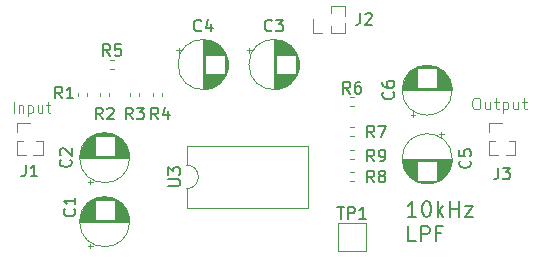
<source format=gbr>
%TF.GenerationSoftware,KiCad,Pcbnew,7.0.11-7.0.11~ubuntu22.04.1*%
%TF.CreationDate,2024-09-25T18:26:51+01:00*%
%TF.ProjectId,kicad_project,6b696361-645f-4707-926f-6a6563742e6b,rev?*%
%TF.SameCoordinates,Original*%
%TF.FileFunction,Legend,Top*%
%TF.FilePolarity,Positive*%
%FSLAX46Y46*%
G04 Gerber Fmt 4.6, Leading zero omitted, Abs format (unit mm)*
G04 Created by KiCad (PCBNEW 7.0.11-7.0.11~ubuntu22.04.1) date 2024-09-25 18:26:51*
%MOMM*%
%LPD*%
G01*
G04 APERTURE LIST*
%ADD10C,0.200000*%
%ADD11C,0.125000*%
%ADD12C,0.150000*%
%ADD13C,0.120000*%
G04 APERTURE END LIST*
D10*
X85450054Y-127814504D02*
X84707197Y-127814504D01*
X85078625Y-127814504D02*
X85078625Y-126514504D01*
X85078625Y-126514504D02*
X84954816Y-126700219D01*
X84954816Y-126700219D02*
X84831006Y-126824028D01*
X84831006Y-126824028D02*
X84707197Y-126885933D01*
X86254815Y-126514504D02*
X86378625Y-126514504D01*
X86378625Y-126514504D02*
X86502434Y-126576409D01*
X86502434Y-126576409D02*
X86564339Y-126638314D01*
X86564339Y-126638314D02*
X86626244Y-126762123D01*
X86626244Y-126762123D02*
X86688149Y-127009742D01*
X86688149Y-127009742D02*
X86688149Y-127319266D01*
X86688149Y-127319266D02*
X86626244Y-127566885D01*
X86626244Y-127566885D02*
X86564339Y-127690695D01*
X86564339Y-127690695D02*
X86502434Y-127752600D01*
X86502434Y-127752600D02*
X86378625Y-127814504D01*
X86378625Y-127814504D02*
X86254815Y-127814504D01*
X86254815Y-127814504D02*
X86131006Y-127752600D01*
X86131006Y-127752600D02*
X86069101Y-127690695D01*
X86069101Y-127690695D02*
X86007196Y-127566885D01*
X86007196Y-127566885D02*
X85945292Y-127319266D01*
X85945292Y-127319266D02*
X85945292Y-127009742D01*
X85945292Y-127009742D02*
X86007196Y-126762123D01*
X86007196Y-126762123D02*
X86069101Y-126638314D01*
X86069101Y-126638314D02*
X86131006Y-126576409D01*
X86131006Y-126576409D02*
X86254815Y-126514504D01*
X87245291Y-127814504D02*
X87245291Y-126514504D01*
X87369101Y-127319266D02*
X87740529Y-127814504D01*
X87740529Y-126947838D02*
X87245291Y-127443076D01*
X88297672Y-127814504D02*
X88297672Y-126514504D01*
X88297672Y-127133552D02*
X89040529Y-127133552D01*
X89040529Y-127814504D02*
X89040529Y-126514504D01*
X89535768Y-126947838D02*
X90216720Y-126947838D01*
X90216720Y-126947838D02*
X89535768Y-127814504D01*
X89535768Y-127814504D02*
X90216720Y-127814504D01*
X85388149Y-129907504D02*
X84769101Y-129907504D01*
X84769101Y-129907504D02*
X84769101Y-128607504D01*
X85821482Y-129907504D02*
X85821482Y-128607504D01*
X85821482Y-128607504D02*
X86316720Y-128607504D01*
X86316720Y-128607504D02*
X86440530Y-128669409D01*
X86440530Y-128669409D02*
X86502435Y-128731314D01*
X86502435Y-128731314D02*
X86564339Y-128855123D01*
X86564339Y-128855123D02*
X86564339Y-129040838D01*
X86564339Y-129040838D02*
X86502435Y-129164647D01*
X86502435Y-129164647D02*
X86440530Y-129226552D01*
X86440530Y-129226552D02*
X86316720Y-129288457D01*
X86316720Y-129288457D02*
X85821482Y-129288457D01*
X87554816Y-129226552D02*
X87121482Y-129226552D01*
X87121482Y-129907504D02*
X87121482Y-128607504D01*
X87121482Y-128607504D02*
X87740530Y-128607504D01*
D11*
X51350521Y-119009357D02*
X51350521Y-118109357D01*
X51779092Y-118409357D02*
X51779092Y-119009357D01*
X51779092Y-118495071D02*
X51821949Y-118452214D01*
X51821949Y-118452214D02*
X51907664Y-118409357D01*
X51907664Y-118409357D02*
X52036235Y-118409357D01*
X52036235Y-118409357D02*
X52121949Y-118452214D01*
X52121949Y-118452214D02*
X52164807Y-118537928D01*
X52164807Y-118537928D02*
X52164807Y-119009357D01*
X52593378Y-118409357D02*
X52593378Y-119309357D01*
X52593378Y-118452214D02*
X52679093Y-118409357D01*
X52679093Y-118409357D02*
X52850521Y-118409357D01*
X52850521Y-118409357D02*
X52936235Y-118452214D01*
X52936235Y-118452214D02*
X52979093Y-118495071D01*
X52979093Y-118495071D02*
X53021950Y-118580785D01*
X53021950Y-118580785D02*
X53021950Y-118837928D01*
X53021950Y-118837928D02*
X52979093Y-118923642D01*
X52979093Y-118923642D02*
X52936235Y-118966500D01*
X52936235Y-118966500D02*
X52850521Y-119009357D01*
X52850521Y-119009357D02*
X52679093Y-119009357D01*
X52679093Y-119009357D02*
X52593378Y-118966500D01*
X53793379Y-118409357D02*
X53793379Y-119009357D01*
X53407664Y-118409357D02*
X53407664Y-118880785D01*
X53407664Y-118880785D02*
X53450521Y-118966500D01*
X53450521Y-118966500D02*
X53536236Y-119009357D01*
X53536236Y-119009357D02*
X53664807Y-119009357D01*
X53664807Y-119009357D02*
X53750521Y-118966500D01*
X53750521Y-118966500D02*
X53793379Y-118923642D01*
X54093379Y-118409357D02*
X54436236Y-118409357D01*
X54221950Y-118109357D02*
X54221950Y-118880785D01*
X54221950Y-118880785D02*
X54264807Y-118966500D01*
X54264807Y-118966500D02*
X54350522Y-119009357D01*
X54350522Y-119009357D02*
X54436236Y-119009357D01*
X90426807Y-117743119D02*
X90617283Y-117743119D01*
X90617283Y-117743119D02*
X90712521Y-117790738D01*
X90712521Y-117790738D02*
X90807759Y-117885976D01*
X90807759Y-117885976D02*
X90855378Y-118076452D01*
X90855378Y-118076452D02*
X90855378Y-118409785D01*
X90855378Y-118409785D02*
X90807759Y-118600261D01*
X90807759Y-118600261D02*
X90712521Y-118695500D01*
X90712521Y-118695500D02*
X90617283Y-118743119D01*
X90617283Y-118743119D02*
X90426807Y-118743119D01*
X90426807Y-118743119D02*
X90331569Y-118695500D01*
X90331569Y-118695500D02*
X90236331Y-118600261D01*
X90236331Y-118600261D02*
X90188712Y-118409785D01*
X90188712Y-118409785D02*
X90188712Y-118076452D01*
X90188712Y-118076452D02*
X90236331Y-117885976D01*
X90236331Y-117885976D02*
X90331569Y-117790738D01*
X90331569Y-117790738D02*
X90426807Y-117743119D01*
X91712521Y-118076452D02*
X91712521Y-118743119D01*
X91283950Y-118076452D02*
X91283950Y-118600261D01*
X91283950Y-118600261D02*
X91331569Y-118695500D01*
X91331569Y-118695500D02*
X91426807Y-118743119D01*
X91426807Y-118743119D02*
X91569664Y-118743119D01*
X91569664Y-118743119D02*
X91664902Y-118695500D01*
X91664902Y-118695500D02*
X91712521Y-118647880D01*
X92045855Y-118076452D02*
X92426807Y-118076452D01*
X92188712Y-117743119D02*
X92188712Y-118600261D01*
X92188712Y-118600261D02*
X92236331Y-118695500D01*
X92236331Y-118695500D02*
X92331569Y-118743119D01*
X92331569Y-118743119D02*
X92426807Y-118743119D01*
X92760141Y-118076452D02*
X92760141Y-119076452D01*
X92760141Y-118124071D02*
X92855379Y-118076452D01*
X92855379Y-118076452D02*
X93045855Y-118076452D01*
X93045855Y-118076452D02*
X93141093Y-118124071D01*
X93141093Y-118124071D02*
X93188712Y-118171690D01*
X93188712Y-118171690D02*
X93236331Y-118266928D01*
X93236331Y-118266928D02*
X93236331Y-118552642D01*
X93236331Y-118552642D02*
X93188712Y-118647880D01*
X93188712Y-118647880D02*
X93141093Y-118695500D01*
X93141093Y-118695500D02*
X93045855Y-118743119D01*
X93045855Y-118743119D02*
X92855379Y-118743119D01*
X92855379Y-118743119D02*
X92760141Y-118695500D01*
X94093474Y-118076452D02*
X94093474Y-118743119D01*
X93664903Y-118076452D02*
X93664903Y-118600261D01*
X93664903Y-118600261D02*
X93712522Y-118695500D01*
X93712522Y-118695500D02*
X93807760Y-118743119D01*
X93807760Y-118743119D02*
X93950617Y-118743119D01*
X93950617Y-118743119D02*
X94045855Y-118695500D01*
X94045855Y-118695500D02*
X94093474Y-118647880D01*
X94426808Y-118076452D02*
X94807760Y-118076452D01*
X94569665Y-117743119D02*
X94569665Y-118600261D01*
X94569665Y-118600261D02*
X94617284Y-118695500D01*
X94617284Y-118695500D02*
X94712522Y-118743119D01*
X94712522Y-118743119D02*
X94807760Y-118743119D01*
D12*
X64444819Y-125211904D02*
X65254342Y-125211904D01*
X65254342Y-125211904D02*
X65349580Y-125164285D01*
X65349580Y-125164285D02*
X65397200Y-125116666D01*
X65397200Y-125116666D02*
X65444819Y-125021428D01*
X65444819Y-125021428D02*
X65444819Y-124830952D01*
X65444819Y-124830952D02*
X65397200Y-124735714D01*
X65397200Y-124735714D02*
X65349580Y-124688095D01*
X65349580Y-124688095D02*
X65254342Y-124640476D01*
X65254342Y-124640476D02*
X64444819Y-124640476D01*
X64444819Y-124259523D02*
X64444819Y-123640476D01*
X64444819Y-123640476D02*
X64825771Y-123973809D01*
X64825771Y-123973809D02*
X64825771Y-123830952D01*
X64825771Y-123830952D02*
X64873390Y-123735714D01*
X64873390Y-123735714D02*
X64921009Y-123688095D01*
X64921009Y-123688095D02*
X65016247Y-123640476D01*
X65016247Y-123640476D02*
X65254342Y-123640476D01*
X65254342Y-123640476D02*
X65349580Y-123688095D01*
X65349580Y-123688095D02*
X65397200Y-123735714D01*
X65397200Y-123735714D02*
X65444819Y-123830952D01*
X65444819Y-123830952D02*
X65444819Y-124116666D01*
X65444819Y-124116666D02*
X65397200Y-124211904D01*
X65397200Y-124211904D02*
X65349580Y-124259523D01*
X78748095Y-126996819D02*
X79319523Y-126996819D01*
X79033809Y-127996819D02*
X79033809Y-126996819D01*
X79652857Y-127996819D02*
X79652857Y-126996819D01*
X79652857Y-126996819D02*
X80033809Y-126996819D01*
X80033809Y-126996819D02*
X80129047Y-127044438D01*
X80129047Y-127044438D02*
X80176666Y-127092057D01*
X80176666Y-127092057D02*
X80224285Y-127187295D01*
X80224285Y-127187295D02*
X80224285Y-127330152D01*
X80224285Y-127330152D02*
X80176666Y-127425390D01*
X80176666Y-127425390D02*
X80129047Y-127473009D01*
X80129047Y-127473009D02*
X80033809Y-127520628D01*
X80033809Y-127520628D02*
X79652857Y-127520628D01*
X81176666Y-127996819D02*
X80605238Y-127996819D01*
X80890952Y-127996819D02*
X80890952Y-126996819D01*
X80890952Y-126996819D02*
X80795714Y-127139676D01*
X80795714Y-127139676D02*
X80700476Y-127234914D01*
X80700476Y-127234914D02*
X80605238Y-127282533D01*
X81875333Y-123136819D02*
X81542000Y-122660628D01*
X81303905Y-123136819D02*
X81303905Y-122136819D01*
X81303905Y-122136819D02*
X81684857Y-122136819D01*
X81684857Y-122136819D02*
X81780095Y-122184438D01*
X81780095Y-122184438D02*
X81827714Y-122232057D01*
X81827714Y-122232057D02*
X81875333Y-122327295D01*
X81875333Y-122327295D02*
X81875333Y-122470152D01*
X81875333Y-122470152D02*
X81827714Y-122565390D01*
X81827714Y-122565390D02*
X81780095Y-122613009D01*
X81780095Y-122613009D02*
X81684857Y-122660628D01*
X81684857Y-122660628D02*
X81303905Y-122660628D01*
X82351524Y-123136819D02*
X82542000Y-123136819D01*
X82542000Y-123136819D02*
X82637238Y-123089200D01*
X82637238Y-123089200D02*
X82684857Y-123041580D01*
X82684857Y-123041580D02*
X82780095Y-122898723D01*
X82780095Y-122898723D02*
X82827714Y-122708247D01*
X82827714Y-122708247D02*
X82827714Y-122327295D01*
X82827714Y-122327295D02*
X82780095Y-122232057D01*
X82780095Y-122232057D02*
X82732476Y-122184438D01*
X82732476Y-122184438D02*
X82637238Y-122136819D01*
X82637238Y-122136819D02*
X82446762Y-122136819D01*
X82446762Y-122136819D02*
X82351524Y-122184438D01*
X82351524Y-122184438D02*
X82303905Y-122232057D01*
X82303905Y-122232057D02*
X82256286Y-122327295D01*
X82256286Y-122327295D02*
X82256286Y-122565390D01*
X82256286Y-122565390D02*
X82303905Y-122660628D01*
X82303905Y-122660628D02*
X82351524Y-122708247D01*
X82351524Y-122708247D02*
X82446762Y-122755866D01*
X82446762Y-122755866D02*
X82637238Y-122755866D01*
X82637238Y-122755866D02*
X82732476Y-122708247D01*
X82732476Y-122708247D02*
X82780095Y-122660628D01*
X82780095Y-122660628D02*
X82827714Y-122565390D01*
X81875333Y-124914819D02*
X81542000Y-124438628D01*
X81303905Y-124914819D02*
X81303905Y-123914819D01*
X81303905Y-123914819D02*
X81684857Y-123914819D01*
X81684857Y-123914819D02*
X81780095Y-123962438D01*
X81780095Y-123962438D02*
X81827714Y-124010057D01*
X81827714Y-124010057D02*
X81875333Y-124105295D01*
X81875333Y-124105295D02*
X81875333Y-124248152D01*
X81875333Y-124248152D02*
X81827714Y-124343390D01*
X81827714Y-124343390D02*
X81780095Y-124391009D01*
X81780095Y-124391009D02*
X81684857Y-124438628D01*
X81684857Y-124438628D02*
X81303905Y-124438628D01*
X82446762Y-124343390D02*
X82351524Y-124295771D01*
X82351524Y-124295771D02*
X82303905Y-124248152D01*
X82303905Y-124248152D02*
X82256286Y-124152914D01*
X82256286Y-124152914D02*
X82256286Y-124105295D01*
X82256286Y-124105295D02*
X82303905Y-124010057D01*
X82303905Y-124010057D02*
X82351524Y-123962438D01*
X82351524Y-123962438D02*
X82446762Y-123914819D01*
X82446762Y-123914819D02*
X82637238Y-123914819D01*
X82637238Y-123914819D02*
X82732476Y-123962438D01*
X82732476Y-123962438D02*
X82780095Y-124010057D01*
X82780095Y-124010057D02*
X82827714Y-124105295D01*
X82827714Y-124105295D02*
X82827714Y-124152914D01*
X82827714Y-124152914D02*
X82780095Y-124248152D01*
X82780095Y-124248152D02*
X82732476Y-124295771D01*
X82732476Y-124295771D02*
X82637238Y-124343390D01*
X82637238Y-124343390D02*
X82446762Y-124343390D01*
X82446762Y-124343390D02*
X82351524Y-124391009D01*
X82351524Y-124391009D02*
X82303905Y-124438628D01*
X82303905Y-124438628D02*
X82256286Y-124533866D01*
X82256286Y-124533866D02*
X82256286Y-124724342D01*
X82256286Y-124724342D02*
X82303905Y-124819580D01*
X82303905Y-124819580D02*
X82351524Y-124867200D01*
X82351524Y-124867200D02*
X82446762Y-124914819D01*
X82446762Y-124914819D02*
X82637238Y-124914819D01*
X82637238Y-124914819D02*
X82732476Y-124867200D01*
X82732476Y-124867200D02*
X82780095Y-124819580D01*
X82780095Y-124819580D02*
X82827714Y-124724342D01*
X82827714Y-124724342D02*
X82827714Y-124533866D01*
X82827714Y-124533866D02*
X82780095Y-124438628D01*
X82780095Y-124438628D02*
X82732476Y-124391009D01*
X82732476Y-124391009D02*
X82637238Y-124343390D01*
X81875333Y-121104819D02*
X81542000Y-120628628D01*
X81303905Y-121104819D02*
X81303905Y-120104819D01*
X81303905Y-120104819D02*
X81684857Y-120104819D01*
X81684857Y-120104819D02*
X81780095Y-120152438D01*
X81780095Y-120152438D02*
X81827714Y-120200057D01*
X81827714Y-120200057D02*
X81875333Y-120295295D01*
X81875333Y-120295295D02*
X81875333Y-120438152D01*
X81875333Y-120438152D02*
X81827714Y-120533390D01*
X81827714Y-120533390D02*
X81780095Y-120581009D01*
X81780095Y-120581009D02*
X81684857Y-120628628D01*
X81684857Y-120628628D02*
X81303905Y-120628628D01*
X82208667Y-120104819D02*
X82875333Y-120104819D01*
X82875333Y-120104819D02*
X82446762Y-121104819D01*
X79843333Y-117394819D02*
X79510000Y-116918628D01*
X79271905Y-117394819D02*
X79271905Y-116394819D01*
X79271905Y-116394819D02*
X79652857Y-116394819D01*
X79652857Y-116394819D02*
X79748095Y-116442438D01*
X79748095Y-116442438D02*
X79795714Y-116490057D01*
X79795714Y-116490057D02*
X79843333Y-116585295D01*
X79843333Y-116585295D02*
X79843333Y-116728152D01*
X79843333Y-116728152D02*
X79795714Y-116823390D01*
X79795714Y-116823390D02*
X79748095Y-116871009D01*
X79748095Y-116871009D02*
X79652857Y-116918628D01*
X79652857Y-116918628D02*
X79271905Y-116918628D01*
X80700476Y-116394819D02*
X80510000Y-116394819D01*
X80510000Y-116394819D02*
X80414762Y-116442438D01*
X80414762Y-116442438D02*
X80367143Y-116490057D01*
X80367143Y-116490057D02*
X80271905Y-116632914D01*
X80271905Y-116632914D02*
X80224286Y-116823390D01*
X80224286Y-116823390D02*
X80224286Y-117204342D01*
X80224286Y-117204342D02*
X80271905Y-117299580D01*
X80271905Y-117299580D02*
X80319524Y-117347200D01*
X80319524Y-117347200D02*
X80414762Y-117394819D01*
X80414762Y-117394819D02*
X80605238Y-117394819D01*
X80605238Y-117394819D02*
X80700476Y-117347200D01*
X80700476Y-117347200D02*
X80748095Y-117299580D01*
X80748095Y-117299580D02*
X80795714Y-117204342D01*
X80795714Y-117204342D02*
X80795714Y-116966247D01*
X80795714Y-116966247D02*
X80748095Y-116871009D01*
X80748095Y-116871009D02*
X80700476Y-116823390D01*
X80700476Y-116823390D02*
X80605238Y-116775771D01*
X80605238Y-116775771D02*
X80414762Y-116775771D01*
X80414762Y-116775771D02*
X80319524Y-116823390D01*
X80319524Y-116823390D02*
X80271905Y-116871009D01*
X80271905Y-116871009D02*
X80224286Y-116966247D01*
X59523333Y-114219819D02*
X59190000Y-113743628D01*
X58951905Y-114219819D02*
X58951905Y-113219819D01*
X58951905Y-113219819D02*
X59332857Y-113219819D01*
X59332857Y-113219819D02*
X59428095Y-113267438D01*
X59428095Y-113267438D02*
X59475714Y-113315057D01*
X59475714Y-113315057D02*
X59523333Y-113410295D01*
X59523333Y-113410295D02*
X59523333Y-113553152D01*
X59523333Y-113553152D02*
X59475714Y-113648390D01*
X59475714Y-113648390D02*
X59428095Y-113696009D01*
X59428095Y-113696009D02*
X59332857Y-113743628D01*
X59332857Y-113743628D02*
X58951905Y-113743628D01*
X60428095Y-113219819D02*
X59951905Y-113219819D01*
X59951905Y-113219819D02*
X59904286Y-113696009D01*
X59904286Y-113696009D02*
X59951905Y-113648390D01*
X59951905Y-113648390D02*
X60047143Y-113600771D01*
X60047143Y-113600771D02*
X60285238Y-113600771D01*
X60285238Y-113600771D02*
X60380476Y-113648390D01*
X60380476Y-113648390D02*
X60428095Y-113696009D01*
X60428095Y-113696009D02*
X60475714Y-113791247D01*
X60475714Y-113791247D02*
X60475714Y-114029342D01*
X60475714Y-114029342D02*
X60428095Y-114124580D01*
X60428095Y-114124580D02*
X60380476Y-114172200D01*
X60380476Y-114172200D02*
X60285238Y-114219819D01*
X60285238Y-114219819D02*
X60047143Y-114219819D01*
X60047143Y-114219819D02*
X59951905Y-114172200D01*
X59951905Y-114172200D02*
X59904286Y-114124580D01*
X63587333Y-119580819D02*
X63254000Y-119104628D01*
X63015905Y-119580819D02*
X63015905Y-118580819D01*
X63015905Y-118580819D02*
X63396857Y-118580819D01*
X63396857Y-118580819D02*
X63492095Y-118628438D01*
X63492095Y-118628438D02*
X63539714Y-118676057D01*
X63539714Y-118676057D02*
X63587333Y-118771295D01*
X63587333Y-118771295D02*
X63587333Y-118914152D01*
X63587333Y-118914152D02*
X63539714Y-119009390D01*
X63539714Y-119009390D02*
X63492095Y-119057009D01*
X63492095Y-119057009D02*
X63396857Y-119104628D01*
X63396857Y-119104628D02*
X63015905Y-119104628D01*
X64444476Y-118914152D02*
X64444476Y-119580819D01*
X64206381Y-118533200D02*
X63968286Y-119247485D01*
X63968286Y-119247485D02*
X64587333Y-119247485D01*
X61428333Y-119580819D02*
X61095000Y-119104628D01*
X60856905Y-119580819D02*
X60856905Y-118580819D01*
X60856905Y-118580819D02*
X61237857Y-118580819D01*
X61237857Y-118580819D02*
X61333095Y-118628438D01*
X61333095Y-118628438D02*
X61380714Y-118676057D01*
X61380714Y-118676057D02*
X61428333Y-118771295D01*
X61428333Y-118771295D02*
X61428333Y-118914152D01*
X61428333Y-118914152D02*
X61380714Y-119009390D01*
X61380714Y-119009390D02*
X61333095Y-119057009D01*
X61333095Y-119057009D02*
X61237857Y-119104628D01*
X61237857Y-119104628D02*
X60856905Y-119104628D01*
X61761667Y-118580819D02*
X62380714Y-118580819D01*
X62380714Y-118580819D02*
X62047381Y-118961771D01*
X62047381Y-118961771D02*
X62190238Y-118961771D01*
X62190238Y-118961771D02*
X62285476Y-119009390D01*
X62285476Y-119009390D02*
X62333095Y-119057009D01*
X62333095Y-119057009D02*
X62380714Y-119152247D01*
X62380714Y-119152247D02*
X62380714Y-119390342D01*
X62380714Y-119390342D02*
X62333095Y-119485580D01*
X62333095Y-119485580D02*
X62285476Y-119533200D01*
X62285476Y-119533200D02*
X62190238Y-119580819D01*
X62190238Y-119580819D02*
X61904524Y-119580819D01*
X61904524Y-119580819D02*
X61809286Y-119533200D01*
X61809286Y-119533200D02*
X61761667Y-119485580D01*
X58888333Y-119580819D02*
X58555000Y-119104628D01*
X58316905Y-119580819D02*
X58316905Y-118580819D01*
X58316905Y-118580819D02*
X58697857Y-118580819D01*
X58697857Y-118580819D02*
X58793095Y-118628438D01*
X58793095Y-118628438D02*
X58840714Y-118676057D01*
X58840714Y-118676057D02*
X58888333Y-118771295D01*
X58888333Y-118771295D02*
X58888333Y-118914152D01*
X58888333Y-118914152D02*
X58840714Y-119009390D01*
X58840714Y-119009390D02*
X58793095Y-119057009D01*
X58793095Y-119057009D02*
X58697857Y-119104628D01*
X58697857Y-119104628D02*
X58316905Y-119104628D01*
X59269286Y-118676057D02*
X59316905Y-118628438D01*
X59316905Y-118628438D02*
X59412143Y-118580819D01*
X59412143Y-118580819D02*
X59650238Y-118580819D01*
X59650238Y-118580819D02*
X59745476Y-118628438D01*
X59745476Y-118628438D02*
X59793095Y-118676057D01*
X59793095Y-118676057D02*
X59840714Y-118771295D01*
X59840714Y-118771295D02*
X59840714Y-118866533D01*
X59840714Y-118866533D02*
X59793095Y-119009390D01*
X59793095Y-119009390D02*
X59221667Y-119580819D01*
X59221667Y-119580819D02*
X59840714Y-119580819D01*
X55459333Y-117802819D02*
X55126000Y-117326628D01*
X54887905Y-117802819D02*
X54887905Y-116802819D01*
X54887905Y-116802819D02*
X55268857Y-116802819D01*
X55268857Y-116802819D02*
X55364095Y-116850438D01*
X55364095Y-116850438D02*
X55411714Y-116898057D01*
X55411714Y-116898057D02*
X55459333Y-116993295D01*
X55459333Y-116993295D02*
X55459333Y-117136152D01*
X55459333Y-117136152D02*
X55411714Y-117231390D01*
X55411714Y-117231390D02*
X55364095Y-117279009D01*
X55364095Y-117279009D02*
X55268857Y-117326628D01*
X55268857Y-117326628D02*
X54887905Y-117326628D01*
X56411714Y-117802819D02*
X55840286Y-117802819D01*
X56126000Y-117802819D02*
X56126000Y-116802819D01*
X56126000Y-116802819D02*
X56030762Y-116945676D01*
X56030762Y-116945676D02*
X55935524Y-117040914D01*
X55935524Y-117040914D02*
X55840286Y-117088533D01*
X92376666Y-123660819D02*
X92376666Y-124375104D01*
X92376666Y-124375104D02*
X92329047Y-124517961D01*
X92329047Y-124517961D02*
X92233809Y-124613200D01*
X92233809Y-124613200D02*
X92090952Y-124660819D01*
X92090952Y-124660819D02*
X91995714Y-124660819D01*
X92757619Y-123660819D02*
X93376666Y-123660819D01*
X93376666Y-123660819D02*
X93043333Y-124041771D01*
X93043333Y-124041771D02*
X93186190Y-124041771D01*
X93186190Y-124041771D02*
X93281428Y-124089390D01*
X93281428Y-124089390D02*
X93329047Y-124137009D01*
X93329047Y-124137009D02*
X93376666Y-124232247D01*
X93376666Y-124232247D02*
X93376666Y-124470342D01*
X93376666Y-124470342D02*
X93329047Y-124565580D01*
X93329047Y-124565580D02*
X93281428Y-124613200D01*
X93281428Y-124613200D02*
X93186190Y-124660819D01*
X93186190Y-124660819D02*
X92900476Y-124660819D01*
X92900476Y-124660819D02*
X92805238Y-124613200D01*
X92805238Y-124613200D02*
X92757619Y-124565580D01*
X80692666Y-110579819D02*
X80692666Y-111294104D01*
X80692666Y-111294104D02*
X80645047Y-111436961D01*
X80645047Y-111436961D02*
X80549809Y-111532200D01*
X80549809Y-111532200D02*
X80406952Y-111579819D01*
X80406952Y-111579819D02*
X80311714Y-111579819D01*
X81121238Y-110675057D02*
X81168857Y-110627438D01*
X81168857Y-110627438D02*
X81264095Y-110579819D01*
X81264095Y-110579819D02*
X81502190Y-110579819D01*
X81502190Y-110579819D02*
X81597428Y-110627438D01*
X81597428Y-110627438D02*
X81645047Y-110675057D01*
X81645047Y-110675057D02*
X81692666Y-110770295D01*
X81692666Y-110770295D02*
X81692666Y-110865533D01*
X81692666Y-110865533D02*
X81645047Y-111008390D01*
X81645047Y-111008390D02*
X81073619Y-111579819D01*
X81073619Y-111579819D02*
X81692666Y-111579819D01*
X52371666Y-123406819D02*
X52371666Y-124121104D01*
X52371666Y-124121104D02*
X52324047Y-124263961D01*
X52324047Y-124263961D02*
X52228809Y-124359200D01*
X52228809Y-124359200D02*
X52085952Y-124406819D01*
X52085952Y-124406819D02*
X51990714Y-124406819D01*
X53371666Y-124406819D02*
X52800238Y-124406819D01*
X53085952Y-124406819D02*
X53085952Y-123406819D01*
X53085952Y-123406819D02*
X52990714Y-123549676D01*
X52990714Y-123549676D02*
X52895476Y-123644914D01*
X52895476Y-123644914D02*
X52800238Y-123692533D01*
X83469580Y-117276666D02*
X83517200Y-117324285D01*
X83517200Y-117324285D02*
X83564819Y-117467142D01*
X83564819Y-117467142D02*
X83564819Y-117562380D01*
X83564819Y-117562380D02*
X83517200Y-117705237D01*
X83517200Y-117705237D02*
X83421961Y-117800475D01*
X83421961Y-117800475D02*
X83326723Y-117848094D01*
X83326723Y-117848094D02*
X83136247Y-117895713D01*
X83136247Y-117895713D02*
X82993390Y-117895713D01*
X82993390Y-117895713D02*
X82802914Y-117848094D01*
X82802914Y-117848094D02*
X82707676Y-117800475D01*
X82707676Y-117800475D02*
X82612438Y-117705237D01*
X82612438Y-117705237D02*
X82564819Y-117562380D01*
X82564819Y-117562380D02*
X82564819Y-117467142D01*
X82564819Y-117467142D02*
X82612438Y-117324285D01*
X82612438Y-117324285D02*
X82660057Y-117276666D01*
X82564819Y-116419523D02*
X82564819Y-116609999D01*
X82564819Y-116609999D02*
X82612438Y-116705237D01*
X82612438Y-116705237D02*
X82660057Y-116752856D01*
X82660057Y-116752856D02*
X82802914Y-116848094D01*
X82802914Y-116848094D02*
X82993390Y-116895713D01*
X82993390Y-116895713D02*
X83374342Y-116895713D01*
X83374342Y-116895713D02*
X83469580Y-116848094D01*
X83469580Y-116848094D02*
X83517200Y-116800475D01*
X83517200Y-116800475D02*
X83564819Y-116705237D01*
X83564819Y-116705237D02*
X83564819Y-116514761D01*
X83564819Y-116514761D02*
X83517200Y-116419523D01*
X83517200Y-116419523D02*
X83469580Y-116371904D01*
X83469580Y-116371904D02*
X83374342Y-116324285D01*
X83374342Y-116324285D02*
X83136247Y-116324285D01*
X83136247Y-116324285D02*
X83041009Y-116371904D01*
X83041009Y-116371904D02*
X82993390Y-116419523D01*
X82993390Y-116419523D02*
X82945771Y-116514761D01*
X82945771Y-116514761D02*
X82945771Y-116705237D01*
X82945771Y-116705237D02*
X82993390Y-116800475D01*
X82993390Y-116800475D02*
X83041009Y-116848094D01*
X83041009Y-116848094D02*
X83136247Y-116895713D01*
X89969580Y-123086666D02*
X90017200Y-123134285D01*
X90017200Y-123134285D02*
X90064819Y-123277142D01*
X90064819Y-123277142D02*
X90064819Y-123372380D01*
X90064819Y-123372380D02*
X90017200Y-123515237D01*
X90017200Y-123515237D02*
X89921961Y-123610475D01*
X89921961Y-123610475D02*
X89826723Y-123658094D01*
X89826723Y-123658094D02*
X89636247Y-123705713D01*
X89636247Y-123705713D02*
X89493390Y-123705713D01*
X89493390Y-123705713D02*
X89302914Y-123658094D01*
X89302914Y-123658094D02*
X89207676Y-123610475D01*
X89207676Y-123610475D02*
X89112438Y-123515237D01*
X89112438Y-123515237D02*
X89064819Y-123372380D01*
X89064819Y-123372380D02*
X89064819Y-123277142D01*
X89064819Y-123277142D02*
X89112438Y-123134285D01*
X89112438Y-123134285D02*
X89160057Y-123086666D01*
X89064819Y-122181904D02*
X89064819Y-122658094D01*
X89064819Y-122658094D02*
X89541009Y-122705713D01*
X89541009Y-122705713D02*
X89493390Y-122658094D01*
X89493390Y-122658094D02*
X89445771Y-122562856D01*
X89445771Y-122562856D02*
X89445771Y-122324761D01*
X89445771Y-122324761D02*
X89493390Y-122229523D01*
X89493390Y-122229523D02*
X89541009Y-122181904D01*
X89541009Y-122181904D02*
X89636247Y-122134285D01*
X89636247Y-122134285D02*
X89874342Y-122134285D01*
X89874342Y-122134285D02*
X89969580Y-122181904D01*
X89969580Y-122181904D02*
X90017200Y-122229523D01*
X90017200Y-122229523D02*
X90064819Y-122324761D01*
X90064819Y-122324761D02*
X90064819Y-122562856D01*
X90064819Y-122562856D02*
X90017200Y-122658094D01*
X90017200Y-122658094D02*
X89969580Y-122705713D01*
X67223333Y-112044580D02*
X67175714Y-112092200D01*
X67175714Y-112092200D02*
X67032857Y-112139819D01*
X67032857Y-112139819D02*
X66937619Y-112139819D01*
X66937619Y-112139819D02*
X66794762Y-112092200D01*
X66794762Y-112092200D02*
X66699524Y-111996961D01*
X66699524Y-111996961D02*
X66651905Y-111901723D01*
X66651905Y-111901723D02*
X66604286Y-111711247D01*
X66604286Y-111711247D02*
X66604286Y-111568390D01*
X66604286Y-111568390D02*
X66651905Y-111377914D01*
X66651905Y-111377914D02*
X66699524Y-111282676D01*
X66699524Y-111282676D02*
X66794762Y-111187438D01*
X66794762Y-111187438D02*
X66937619Y-111139819D01*
X66937619Y-111139819D02*
X67032857Y-111139819D01*
X67032857Y-111139819D02*
X67175714Y-111187438D01*
X67175714Y-111187438D02*
X67223333Y-111235057D01*
X68080476Y-111473152D02*
X68080476Y-112139819D01*
X67842381Y-111092200D02*
X67604286Y-111806485D01*
X67604286Y-111806485D02*
X68223333Y-111806485D01*
X73223333Y-112044580D02*
X73175714Y-112092200D01*
X73175714Y-112092200D02*
X73032857Y-112139819D01*
X73032857Y-112139819D02*
X72937619Y-112139819D01*
X72937619Y-112139819D02*
X72794762Y-112092200D01*
X72794762Y-112092200D02*
X72699524Y-111996961D01*
X72699524Y-111996961D02*
X72651905Y-111901723D01*
X72651905Y-111901723D02*
X72604286Y-111711247D01*
X72604286Y-111711247D02*
X72604286Y-111568390D01*
X72604286Y-111568390D02*
X72651905Y-111377914D01*
X72651905Y-111377914D02*
X72699524Y-111282676D01*
X72699524Y-111282676D02*
X72794762Y-111187438D01*
X72794762Y-111187438D02*
X72937619Y-111139819D01*
X72937619Y-111139819D02*
X73032857Y-111139819D01*
X73032857Y-111139819D02*
X73175714Y-111187438D01*
X73175714Y-111187438D02*
X73223333Y-111235057D01*
X73556667Y-111139819D02*
X74175714Y-111139819D01*
X74175714Y-111139819D02*
X73842381Y-111520771D01*
X73842381Y-111520771D02*
X73985238Y-111520771D01*
X73985238Y-111520771D02*
X74080476Y-111568390D01*
X74080476Y-111568390D02*
X74128095Y-111616009D01*
X74128095Y-111616009D02*
X74175714Y-111711247D01*
X74175714Y-111711247D02*
X74175714Y-111949342D01*
X74175714Y-111949342D02*
X74128095Y-112044580D01*
X74128095Y-112044580D02*
X74080476Y-112092200D01*
X74080476Y-112092200D02*
X73985238Y-112139819D01*
X73985238Y-112139819D02*
X73699524Y-112139819D01*
X73699524Y-112139819D02*
X73604286Y-112092200D01*
X73604286Y-112092200D02*
X73556667Y-112044580D01*
X56164580Y-122991666D02*
X56212200Y-123039285D01*
X56212200Y-123039285D02*
X56259819Y-123182142D01*
X56259819Y-123182142D02*
X56259819Y-123277380D01*
X56259819Y-123277380D02*
X56212200Y-123420237D01*
X56212200Y-123420237D02*
X56116961Y-123515475D01*
X56116961Y-123515475D02*
X56021723Y-123563094D01*
X56021723Y-123563094D02*
X55831247Y-123610713D01*
X55831247Y-123610713D02*
X55688390Y-123610713D01*
X55688390Y-123610713D02*
X55497914Y-123563094D01*
X55497914Y-123563094D02*
X55402676Y-123515475D01*
X55402676Y-123515475D02*
X55307438Y-123420237D01*
X55307438Y-123420237D02*
X55259819Y-123277380D01*
X55259819Y-123277380D02*
X55259819Y-123182142D01*
X55259819Y-123182142D02*
X55307438Y-123039285D01*
X55307438Y-123039285D02*
X55355057Y-122991666D01*
X55355057Y-122610713D02*
X55307438Y-122563094D01*
X55307438Y-122563094D02*
X55259819Y-122467856D01*
X55259819Y-122467856D02*
X55259819Y-122229761D01*
X55259819Y-122229761D02*
X55307438Y-122134523D01*
X55307438Y-122134523D02*
X55355057Y-122086904D01*
X55355057Y-122086904D02*
X55450295Y-122039285D01*
X55450295Y-122039285D02*
X55545533Y-122039285D01*
X55545533Y-122039285D02*
X55688390Y-122086904D01*
X55688390Y-122086904D02*
X56259819Y-122658332D01*
X56259819Y-122658332D02*
X56259819Y-122039285D01*
X56493580Y-127166666D02*
X56541200Y-127214285D01*
X56541200Y-127214285D02*
X56588819Y-127357142D01*
X56588819Y-127357142D02*
X56588819Y-127452380D01*
X56588819Y-127452380D02*
X56541200Y-127595237D01*
X56541200Y-127595237D02*
X56445961Y-127690475D01*
X56445961Y-127690475D02*
X56350723Y-127738094D01*
X56350723Y-127738094D02*
X56160247Y-127785713D01*
X56160247Y-127785713D02*
X56017390Y-127785713D01*
X56017390Y-127785713D02*
X55826914Y-127738094D01*
X55826914Y-127738094D02*
X55731676Y-127690475D01*
X55731676Y-127690475D02*
X55636438Y-127595237D01*
X55636438Y-127595237D02*
X55588819Y-127452380D01*
X55588819Y-127452380D02*
X55588819Y-127357142D01*
X55588819Y-127357142D02*
X55636438Y-127214285D01*
X55636438Y-127214285D02*
X55684057Y-127166666D01*
X56588819Y-126214285D02*
X56588819Y-126785713D01*
X56588819Y-126499999D02*
X55588819Y-126499999D01*
X55588819Y-126499999D02*
X55731676Y-126595237D01*
X55731676Y-126595237D02*
X55826914Y-126690475D01*
X55826914Y-126690475D02*
X55874533Y-126785713D01*
D13*
%TO.C,U3*%
X65990000Y-121800000D02*
X65990000Y-123450000D01*
X65990000Y-127100000D02*
X76270000Y-127100000D01*
X76270000Y-121800000D02*
X65990000Y-121800000D01*
X65990000Y-125450000D02*
X65990000Y-127100000D01*
X76270000Y-127100000D02*
X76270000Y-121800000D01*
X65990000Y-125450000D02*
G75*
G03*
X65990000Y-123450000I0J1000000D01*
G01*
%TO.C,TP1*%
X81210000Y-130740000D02*
X78810000Y-130740000D01*
X78810000Y-130740000D02*
X78810000Y-128340000D01*
X78810000Y-128340000D02*
X81210000Y-128340000D01*
X81210000Y-128340000D02*
X81210000Y-130740000D01*
%TO.C,R9*%
X79856359Y-124080000D02*
X80163641Y-124080000D01*
X79856359Y-124840000D02*
X80163641Y-124840000D01*
%TO.C,R8*%
X80163641Y-122935000D02*
X79856359Y-122935000D01*
X80163641Y-122175000D02*
X79856359Y-122175000D01*
%TO.C,R7*%
X80163641Y-121030000D02*
X79856359Y-121030000D01*
X80163641Y-120270000D02*
X79856359Y-120270000D01*
%TO.C,R6*%
X79856359Y-117730000D02*
X80163641Y-117730000D01*
X79856359Y-118490000D02*
X80163641Y-118490000D01*
%TO.C,R5*%
X59536359Y-114555000D02*
X59843641Y-114555000D01*
X59536359Y-115315000D02*
X59843641Y-115315000D01*
%TO.C,R4*%
X63880000Y-117321359D02*
X63880000Y-117628641D01*
X63120000Y-117321359D02*
X63120000Y-117628641D01*
%TO.C,R3*%
X61215000Y-117628641D02*
X61215000Y-117321359D01*
X61975000Y-117628641D02*
X61975000Y-117321359D01*
%TO.C,R2*%
X56770000Y-117321359D02*
X56770000Y-117628641D01*
X57530000Y-117321359D02*
X57530000Y-117628641D01*
%TO.C,R1*%
X58675000Y-117628641D02*
X58675000Y-117321359D01*
X59435000Y-117628641D02*
X59435000Y-117321359D01*
%TO.C,J3*%
X93273471Y-121410000D02*
X93820000Y-121410000D01*
X91600000Y-121410000D02*
X92146529Y-121410000D01*
X91600000Y-119890000D02*
X92710000Y-119890000D01*
X91600000Y-121410000D02*
X91600000Y-122615000D01*
X91600000Y-122615000D02*
X92402470Y-122615000D01*
X91600000Y-120650000D02*
X91600000Y-119890000D01*
X93820000Y-121410000D02*
X93820000Y-122615000D01*
X93017530Y-122615000D02*
X93820000Y-122615000D01*
%TO.C,J2*%
X78230000Y-110561529D02*
X78230000Y-110015000D01*
X78230000Y-112235000D02*
X78230000Y-111688471D01*
X76710000Y-112235000D02*
X76710000Y-111125000D01*
X78230000Y-112235000D02*
X79435000Y-112235000D01*
X79435000Y-112235000D02*
X79435000Y-111432530D01*
X77470000Y-112235000D02*
X76710000Y-112235000D01*
X78230000Y-110015000D02*
X79435000Y-110015000D01*
X79435000Y-110817470D02*
X79435000Y-110015000D01*
%TO.C,J1*%
X53268471Y-121410000D02*
X53815000Y-121410000D01*
X51595000Y-121410000D02*
X52141529Y-121410000D01*
X51595000Y-119890000D02*
X52705000Y-119890000D01*
X51595000Y-121410000D02*
X51595000Y-122615000D01*
X51595000Y-122615000D02*
X52397470Y-122615000D01*
X51595000Y-120650000D02*
X51595000Y-119890000D01*
X53815000Y-121410000D02*
X53815000Y-122615000D01*
X53012530Y-122615000D02*
X53815000Y-122615000D01*
%TO.C,C6*%
X87200000Y-116790000D02*
X88416000Y-116790000D01*
X85009000Y-115509000D02*
X85520000Y-115509000D01*
X84844000Y-115669000D02*
X85520000Y-115669000D01*
X87200000Y-115349000D02*
X87502000Y-115349000D01*
X84964000Y-115549000D02*
X85520000Y-115549000D01*
X84882000Y-115629000D02*
X85520000Y-115629000D01*
X87200000Y-115669000D02*
X87876000Y-115669000D01*
X87200000Y-116830000D02*
X88422000Y-116830000D01*
X87200000Y-116189000D02*
X88230000Y-116189000D01*
X87200000Y-116510000D02*
X88354000Y-116510000D01*
X84326000Y-116670000D02*
X85520000Y-116670000D01*
X85823000Y-115069000D02*
X86897000Y-115069000D01*
X85990000Y-115029000D02*
X86730000Y-115029000D01*
X84281000Y-117030000D02*
X88439000Y-117030000D01*
X84289000Y-116910000D02*
X85520000Y-116910000D01*
X84420000Y-116349000D02*
X85520000Y-116349000D01*
X85420000Y-115229000D02*
X87300000Y-115229000D01*
X84922000Y-115589000D02*
X85520000Y-115589000D01*
X84680000Y-115869000D02*
X85520000Y-115869000D01*
X84392000Y-116430000D02*
X85520000Y-116430000D01*
X87200000Y-116349000D02*
X88300000Y-116349000D01*
X84406000Y-116389000D02*
X85520000Y-116389000D01*
X84283000Y-116990000D02*
X88437000Y-116990000D01*
X84280000Y-117070000D02*
X88440000Y-117070000D01*
X84293000Y-116870000D02*
X85520000Y-116870000D01*
X84509000Y-116149000D02*
X85520000Y-116149000D01*
X87200000Y-115629000D02*
X87838000Y-115629000D01*
X84490000Y-116189000D02*
X85520000Y-116189000D01*
X87200000Y-116630000D02*
X88385000Y-116630000D01*
X87200000Y-116029000D02*
X88145000Y-116029000D01*
X85106000Y-115429000D02*
X85520000Y-115429000D01*
X84625000Y-115949000D02*
X85520000Y-115949000D01*
X87200000Y-115909000D02*
X88068000Y-115909000D01*
X87200000Y-116750000D02*
X88410000Y-116750000D01*
X87200000Y-116550000D02*
X88365000Y-116550000D01*
X87200000Y-116069000D02*
X88168000Y-116069000D01*
X87200000Y-116590000D02*
X88376000Y-116590000D01*
X87200000Y-116470000D02*
X88342000Y-116470000D01*
X87200000Y-115589000D02*
X87798000Y-115589000D01*
X87200000Y-116389000D02*
X88314000Y-116389000D01*
X87200000Y-116269000D02*
X88267000Y-116269000D01*
X87200000Y-115389000D02*
X87560000Y-115389000D01*
X85056000Y-115469000D02*
X85520000Y-115469000D01*
X84808000Y-115709000D02*
X85520000Y-115709000D01*
X87200000Y-115749000D02*
X87947000Y-115749000D01*
X87200000Y-115429000D02*
X87614000Y-115429000D01*
X85347000Y-115269000D02*
X87373000Y-115269000D01*
X84741000Y-115789000D02*
X85520000Y-115789000D01*
X87200000Y-115989000D02*
X88120000Y-115989000D01*
X84600000Y-115989000D02*
X85520000Y-115989000D01*
X85160000Y-115389000D02*
X85520000Y-115389000D01*
X84530000Y-116109000D02*
X85520000Y-116109000D01*
X84471000Y-116229000D02*
X85520000Y-116229000D01*
X87200000Y-115949000D02*
X88095000Y-115949000D01*
X84436000Y-116309000D02*
X85520000Y-116309000D01*
X87200000Y-115469000D02*
X87664000Y-115469000D01*
X87200000Y-116670000D02*
X88394000Y-116670000D01*
X87200000Y-115869000D02*
X88040000Y-115869000D01*
X85165000Y-119379801D02*
X85165000Y-118979801D01*
X84304000Y-116790000D02*
X85520000Y-116790000D01*
X85592000Y-115149000D02*
X87128000Y-115149000D01*
X84378000Y-116470000D02*
X85520000Y-116470000D01*
X84965000Y-119179801D02*
X85365000Y-119179801D01*
X87200000Y-116149000D02*
X88211000Y-116149000D01*
X84552000Y-116069000D02*
X85520000Y-116069000D01*
X84318000Y-116710000D02*
X85520000Y-116710000D01*
X87200000Y-115549000D02*
X87756000Y-115549000D01*
X84575000Y-116029000D02*
X85520000Y-116029000D01*
X84773000Y-115749000D02*
X85520000Y-115749000D01*
X87200000Y-116309000D02*
X88284000Y-116309000D01*
X87200000Y-115789000D02*
X87979000Y-115789000D01*
X84366000Y-116510000D02*
X85520000Y-116510000D01*
X87200000Y-116710000D02*
X88402000Y-116710000D01*
X84453000Y-116269000D02*
X85520000Y-116269000D01*
X84286000Y-116950000D02*
X88434000Y-116950000D01*
X87200000Y-116430000D02*
X88328000Y-116430000D01*
X87200000Y-116109000D02*
X88190000Y-116109000D01*
X87200000Y-115829000D02*
X88010000Y-115829000D01*
X87200000Y-115309000D02*
X87440000Y-115309000D01*
X85280000Y-115309000D02*
X85520000Y-115309000D01*
X87200000Y-116229000D02*
X88249000Y-116229000D01*
X84280000Y-117110000D02*
X88440000Y-117110000D01*
X84652000Y-115909000D02*
X85520000Y-115909000D01*
X85696000Y-115109000D02*
X87024000Y-115109000D01*
X87200000Y-116870000D02*
X88427000Y-116870000D01*
X87200000Y-115709000D02*
X87912000Y-115709000D01*
X85501000Y-115189000D02*
X87219000Y-115189000D01*
X87200000Y-116910000D02*
X88431000Y-116910000D01*
X84344000Y-116590000D02*
X85520000Y-116590000D01*
X87200000Y-115509000D02*
X87711000Y-115509000D01*
X84310000Y-116750000D02*
X85520000Y-116750000D01*
X85218000Y-115349000D02*
X85520000Y-115349000D01*
X84335000Y-116630000D02*
X85520000Y-116630000D01*
X84710000Y-115829000D02*
X85520000Y-115829000D01*
X84355000Y-116550000D02*
X85520000Y-116550000D01*
X84298000Y-116830000D02*
X85520000Y-116830000D01*
X88480000Y-117110000D02*
G75*
G03*
X84240000Y-117110000I-2120000J0D01*
G01*
X84240000Y-117110000D02*
G75*
G03*
X88480000Y-117110000I2120000J0D01*
G01*
%TO.C,C5*%
X85520000Y-123240000D02*
X84304000Y-123240000D01*
X87711000Y-124521000D02*
X87200000Y-124521000D01*
X87876000Y-124361000D02*
X87200000Y-124361000D01*
X85520000Y-124681000D02*
X85218000Y-124681000D01*
X87756000Y-124481000D02*
X87200000Y-124481000D01*
X87838000Y-124401000D02*
X87200000Y-124401000D01*
X85520000Y-124361000D02*
X84844000Y-124361000D01*
X85520000Y-123200000D02*
X84298000Y-123200000D01*
X85520000Y-123841000D02*
X84490000Y-123841000D01*
X85520000Y-123520000D02*
X84366000Y-123520000D01*
X88394000Y-123360000D02*
X87200000Y-123360000D01*
X86897000Y-124961000D02*
X85823000Y-124961000D01*
X86730000Y-125001000D02*
X85990000Y-125001000D01*
X88439000Y-123000000D02*
X84281000Y-123000000D01*
X88431000Y-123120000D02*
X87200000Y-123120000D01*
X88300000Y-123681000D02*
X87200000Y-123681000D01*
X87300000Y-124801000D02*
X85420000Y-124801000D01*
X87798000Y-124441000D02*
X87200000Y-124441000D01*
X88040000Y-124161000D02*
X87200000Y-124161000D01*
X88328000Y-123600000D02*
X87200000Y-123600000D01*
X85520000Y-123681000D02*
X84420000Y-123681000D01*
X88314000Y-123641000D02*
X87200000Y-123641000D01*
X88437000Y-123040000D02*
X84283000Y-123040000D01*
X88440000Y-122960000D02*
X84280000Y-122960000D01*
X88427000Y-123160000D02*
X87200000Y-123160000D01*
X88211000Y-123881000D02*
X87200000Y-123881000D01*
X85520000Y-124401000D02*
X84882000Y-124401000D01*
X88230000Y-123841000D02*
X87200000Y-123841000D01*
X85520000Y-123400000D02*
X84335000Y-123400000D01*
X85520000Y-124001000D02*
X84575000Y-124001000D01*
X87614000Y-124601000D02*
X87200000Y-124601000D01*
X88095000Y-124081000D02*
X87200000Y-124081000D01*
X85520000Y-124121000D02*
X84652000Y-124121000D01*
X85520000Y-123280000D02*
X84310000Y-123280000D01*
X85520000Y-123480000D02*
X84355000Y-123480000D01*
X85520000Y-123961000D02*
X84552000Y-123961000D01*
X85520000Y-123440000D02*
X84344000Y-123440000D01*
X85520000Y-123560000D02*
X84378000Y-123560000D01*
X85520000Y-124441000D02*
X84922000Y-124441000D01*
X85520000Y-123641000D02*
X84406000Y-123641000D01*
X85520000Y-123761000D02*
X84453000Y-123761000D01*
X85520000Y-124641000D02*
X85160000Y-124641000D01*
X87664000Y-124561000D02*
X87200000Y-124561000D01*
X87912000Y-124321000D02*
X87200000Y-124321000D01*
X85520000Y-124281000D02*
X84773000Y-124281000D01*
X85520000Y-124601000D02*
X85106000Y-124601000D01*
X87373000Y-124761000D02*
X85347000Y-124761000D01*
X87979000Y-124241000D02*
X87200000Y-124241000D01*
X85520000Y-124041000D02*
X84600000Y-124041000D01*
X88120000Y-124041000D02*
X87200000Y-124041000D01*
X87560000Y-124641000D02*
X87200000Y-124641000D01*
X88190000Y-123921000D02*
X87200000Y-123921000D01*
X88249000Y-123801000D02*
X87200000Y-123801000D01*
X85520000Y-124081000D02*
X84625000Y-124081000D01*
X88284000Y-123721000D02*
X87200000Y-123721000D01*
X85520000Y-124561000D02*
X85056000Y-124561000D01*
X85520000Y-123360000D02*
X84326000Y-123360000D01*
X85520000Y-124161000D02*
X84680000Y-124161000D01*
X87555000Y-120650199D02*
X87555000Y-121050199D01*
X88416000Y-123240000D02*
X87200000Y-123240000D01*
X87128000Y-124881000D02*
X85592000Y-124881000D01*
X88342000Y-123560000D02*
X87200000Y-123560000D01*
X87755000Y-120850199D02*
X87355000Y-120850199D01*
X85520000Y-123881000D02*
X84509000Y-123881000D01*
X88168000Y-123961000D02*
X87200000Y-123961000D01*
X88402000Y-123320000D02*
X87200000Y-123320000D01*
X85520000Y-124481000D02*
X84964000Y-124481000D01*
X88145000Y-124001000D02*
X87200000Y-124001000D01*
X87947000Y-124281000D02*
X87200000Y-124281000D01*
X85520000Y-123721000D02*
X84436000Y-123721000D01*
X85520000Y-124241000D02*
X84741000Y-124241000D01*
X88354000Y-123520000D02*
X87200000Y-123520000D01*
X85520000Y-123320000D02*
X84318000Y-123320000D01*
X88267000Y-123761000D02*
X87200000Y-123761000D01*
X88434000Y-123080000D02*
X84286000Y-123080000D01*
X85520000Y-123600000D02*
X84392000Y-123600000D01*
X85520000Y-123921000D02*
X84530000Y-123921000D01*
X85520000Y-124201000D02*
X84710000Y-124201000D01*
X85520000Y-124721000D02*
X85280000Y-124721000D01*
X87440000Y-124721000D02*
X87200000Y-124721000D01*
X85520000Y-123801000D02*
X84471000Y-123801000D01*
X88440000Y-122920000D02*
X84280000Y-122920000D01*
X88068000Y-124121000D02*
X87200000Y-124121000D01*
X87024000Y-124921000D02*
X85696000Y-124921000D01*
X85520000Y-123160000D02*
X84293000Y-123160000D01*
X85520000Y-124321000D02*
X84808000Y-124321000D01*
X87219000Y-124841000D02*
X85501000Y-124841000D01*
X85520000Y-123120000D02*
X84289000Y-123120000D01*
X88376000Y-123440000D02*
X87200000Y-123440000D01*
X85520000Y-124521000D02*
X85009000Y-124521000D01*
X88410000Y-123280000D02*
X87200000Y-123280000D01*
X87502000Y-124681000D02*
X87200000Y-124681000D01*
X88385000Y-123400000D02*
X87200000Y-123400000D01*
X88010000Y-124201000D02*
X87200000Y-124201000D01*
X88365000Y-123480000D02*
X87200000Y-123480000D01*
X88422000Y-123200000D02*
X87200000Y-123200000D01*
X88480000Y-122920000D02*
G75*
G03*
X84240000Y-122920000I-2120000J0D01*
G01*
X84240000Y-122920000D02*
G75*
G03*
X88480000Y-122920000I2120000J0D01*
G01*
%TO.C,C4*%
X67710000Y-115775000D02*
X67710000Y-116991000D01*
X68991000Y-113584000D02*
X68991000Y-114095000D01*
X68831000Y-113419000D02*
X68831000Y-114095000D01*
X69151000Y-115775000D02*
X69151000Y-116077000D01*
X68951000Y-113539000D02*
X68951000Y-114095000D01*
X68871000Y-113457000D02*
X68871000Y-114095000D01*
X68831000Y-115775000D02*
X68831000Y-116451000D01*
X67670000Y-115775000D02*
X67670000Y-116997000D01*
X68311000Y-115775000D02*
X68311000Y-116805000D01*
X67990000Y-115775000D02*
X67990000Y-116929000D01*
X67830000Y-112901000D02*
X67830000Y-114095000D01*
X69431000Y-114398000D02*
X69431000Y-115472000D01*
X69471000Y-114565000D02*
X69471000Y-115305000D01*
X67470000Y-112856000D02*
X67470000Y-117014000D01*
X67590000Y-112864000D02*
X67590000Y-114095000D01*
X68151000Y-112995000D02*
X68151000Y-114095000D01*
X69271000Y-113995000D02*
X69271000Y-115875000D01*
X68911000Y-113497000D02*
X68911000Y-114095000D01*
X68631000Y-113255000D02*
X68631000Y-114095000D01*
X68070000Y-112967000D02*
X68070000Y-114095000D01*
X68151000Y-115775000D02*
X68151000Y-116875000D01*
X68111000Y-112981000D02*
X68111000Y-114095000D01*
X67510000Y-112858000D02*
X67510000Y-117012000D01*
X67430000Y-112855000D02*
X67430000Y-117015000D01*
X67630000Y-112868000D02*
X67630000Y-114095000D01*
X68351000Y-113084000D02*
X68351000Y-114095000D01*
X68871000Y-115775000D02*
X68871000Y-116413000D01*
X68311000Y-113065000D02*
X68311000Y-114095000D01*
X67870000Y-115775000D02*
X67870000Y-116960000D01*
X68471000Y-115775000D02*
X68471000Y-116720000D01*
X69071000Y-113681000D02*
X69071000Y-114095000D01*
X68551000Y-113200000D02*
X68551000Y-114095000D01*
X68591000Y-115775000D02*
X68591000Y-116643000D01*
X67750000Y-115775000D02*
X67750000Y-116985000D01*
X67950000Y-115775000D02*
X67950000Y-116940000D01*
X68431000Y-115775000D02*
X68431000Y-116743000D01*
X67910000Y-115775000D02*
X67910000Y-116951000D01*
X68030000Y-115775000D02*
X68030000Y-116917000D01*
X68911000Y-115775000D02*
X68911000Y-116373000D01*
X68111000Y-115775000D02*
X68111000Y-116889000D01*
X68231000Y-115775000D02*
X68231000Y-116842000D01*
X69111000Y-115775000D02*
X69111000Y-116135000D01*
X69031000Y-113631000D02*
X69031000Y-114095000D01*
X68791000Y-113383000D02*
X68791000Y-114095000D01*
X68751000Y-115775000D02*
X68751000Y-116522000D01*
X69071000Y-115775000D02*
X69071000Y-116189000D01*
X69231000Y-113922000D02*
X69231000Y-115948000D01*
X68711000Y-113316000D02*
X68711000Y-114095000D01*
X68511000Y-115775000D02*
X68511000Y-116695000D01*
X68511000Y-113175000D02*
X68511000Y-114095000D01*
X69111000Y-113735000D02*
X69111000Y-114095000D01*
X68391000Y-113105000D02*
X68391000Y-114095000D01*
X68271000Y-113046000D02*
X68271000Y-114095000D01*
X68551000Y-115775000D02*
X68551000Y-116670000D01*
X68191000Y-113011000D02*
X68191000Y-114095000D01*
X69031000Y-115775000D02*
X69031000Y-116239000D01*
X67830000Y-115775000D02*
X67830000Y-116969000D01*
X68631000Y-115775000D02*
X68631000Y-116615000D01*
X65120199Y-113740000D02*
X65520199Y-113740000D01*
X67710000Y-112879000D02*
X67710000Y-114095000D01*
X69351000Y-114167000D02*
X69351000Y-115703000D01*
X68030000Y-112953000D02*
X68030000Y-114095000D01*
X65320199Y-113540000D02*
X65320199Y-113940000D01*
X68351000Y-115775000D02*
X68351000Y-116786000D01*
X68431000Y-113127000D02*
X68431000Y-114095000D01*
X67790000Y-112893000D02*
X67790000Y-114095000D01*
X68951000Y-115775000D02*
X68951000Y-116331000D01*
X68471000Y-113150000D02*
X68471000Y-114095000D01*
X68751000Y-113348000D02*
X68751000Y-114095000D01*
X68191000Y-115775000D02*
X68191000Y-116859000D01*
X68711000Y-115775000D02*
X68711000Y-116554000D01*
X67990000Y-112941000D02*
X67990000Y-114095000D01*
X67790000Y-115775000D02*
X67790000Y-116977000D01*
X68231000Y-113028000D02*
X68231000Y-114095000D01*
X67550000Y-112861000D02*
X67550000Y-117009000D01*
X68070000Y-115775000D02*
X68070000Y-116903000D01*
X68391000Y-115775000D02*
X68391000Y-116765000D01*
X68671000Y-115775000D02*
X68671000Y-116585000D01*
X69191000Y-115775000D02*
X69191000Y-116015000D01*
X69191000Y-113855000D02*
X69191000Y-114095000D01*
X68271000Y-115775000D02*
X68271000Y-116824000D01*
X67390000Y-112855000D02*
X67390000Y-117015000D01*
X68591000Y-113227000D02*
X68591000Y-114095000D01*
X69391000Y-114271000D02*
X69391000Y-115599000D01*
X67630000Y-115775000D02*
X67630000Y-117002000D01*
X68791000Y-115775000D02*
X68791000Y-116487000D01*
X69311000Y-114076000D02*
X69311000Y-115794000D01*
X67590000Y-115775000D02*
X67590000Y-117006000D01*
X67910000Y-112919000D02*
X67910000Y-114095000D01*
X68991000Y-115775000D02*
X68991000Y-116286000D01*
X67750000Y-112885000D02*
X67750000Y-114095000D01*
X69151000Y-113793000D02*
X69151000Y-114095000D01*
X67870000Y-112910000D02*
X67870000Y-114095000D01*
X68671000Y-113285000D02*
X68671000Y-114095000D01*
X67950000Y-112930000D02*
X67950000Y-114095000D01*
X67670000Y-112873000D02*
X67670000Y-114095000D01*
X69510000Y-114935000D02*
G75*
G03*
X65270000Y-114935000I-2120000J0D01*
G01*
X65270000Y-114935000D02*
G75*
G03*
X69510000Y-114935000I2120000J0D01*
G01*
%TO.C,C3*%
X73710000Y-115775000D02*
X73710000Y-116991000D01*
X74991000Y-113584000D02*
X74991000Y-114095000D01*
X74831000Y-113419000D02*
X74831000Y-114095000D01*
X75151000Y-115775000D02*
X75151000Y-116077000D01*
X74951000Y-113539000D02*
X74951000Y-114095000D01*
X74871000Y-113457000D02*
X74871000Y-114095000D01*
X74831000Y-115775000D02*
X74831000Y-116451000D01*
X73670000Y-115775000D02*
X73670000Y-116997000D01*
X74311000Y-115775000D02*
X74311000Y-116805000D01*
X73990000Y-115775000D02*
X73990000Y-116929000D01*
X73830000Y-112901000D02*
X73830000Y-114095000D01*
X75431000Y-114398000D02*
X75431000Y-115472000D01*
X75471000Y-114565000D02*
X75471000Y-115305000D01*
X73470000Y-112856000D02*
X73470000Y-117014000D01*
X73590000Y-112864000D02*
X73590000Y-114095000D01*
X74151000Y-112995000D02*
X74151000Y-114095000D01*
X75271000Y-113995000D02*
X75271000Y-115875000D01*
X74911000Y-113497000D02*
X74911000Y-114095000D01*
X74631000Y-113255000D02*
X74631000Y-114095000D01*
X74070000Y-112967000D02*
X74070000Y-114095000D01*
X74151000Y-115775000D02*
X74151000Y-116875000D01*
X74111000Y-112981000D02*
X74111000Y-114095000D01*
X73510000Y-112858000D02*
X73510000Y-117012000D01*
X73430000Y-112855000D02*
X73430000Y-117015000D01*
X73630000Y-112868000D02*
X73630000Y-114095000D01*
X74351000Y-113084000D02*
X74351000Y-114095000D01*
X74871000Y-115775000D02*
X74871000Y-116413000D01*
X74311000Y-113065000D02*
X74311000Y-114095000D01*
X73870000Y-115775000D02*
X73870000Y-116960000D01*
X74471000Y-115775000D02*
X74471000Y-116720000D01*
X75071000Y-113681000D02*
X75071000Y-114095000D01*
X74551000Y-113200000D02*
X74551000Y-114095000D01*
X74591000Y-115775000D02*
X74591000Y-116643000D01*
X73750000Y-115775000D02*
X73750000Y-116985000D01*
X73950000Y-115775000D02*
X73950000Y-116940000D01*
X74431000Y-115775000D02*
X74431000Y-116743000D01*
X73910000Y-115775000D02*
X73910000Y-116951000D01*
X74030000Y-115775000D02*
X74030000Y-116917000D01*
X74911000Y-115775000D02*
X74911000Y-116373000D01*
X74111000Y-115775000D02*
X74111000Y-116889000D01*
X74231000Y-115775000D02*
X74231000Y-116842000D01*
X75111000Y-115775000D02*
X75111000Y-116135000D01*
X75031000Y-113631000D02*
X75031000Y-114095000D01*
X74791000Y-113383000D02*
X74791000Y-114095000D01*
X74751000Y-115775000D02*
X74751000Y-116522000D01*
X75071000Y-115775000D02*
X75071000Y-116189000D01*
X75231000Y-113922000D02*
X75231000Y-115948000D01*
X74711000Y-113316000D02*
X74711000Y-114095000D01*
X74511000Y-115775000D02*
X74511000Y-116695000D01*
X74511000Y-113175000D02*
X74511000Y-114095000D01*
X75111000Y-113735000D02*
X75111000Y-114095000D01*
X74391000Y-113105000D02*
X74391000Y-114095000D01*
X74271000Y-113046000D02*
X74271000Y-114095000D01*
X74551000Y-115775000D02*
X74551000Y-116670000D01*
X74191000Y-113011000D02*
X74191000Y-114095000D01*
X75031000Y-115775000D02*
X75031000Y-116239000D01*
X73830000Y-115775000D02*
X73830000Y-116969000D01*
X74631000Y-115775000D02*
X74631000Y-116615000D01*
X71120199Y-113740000D02*
X71520199Y-113740000D01*
X73710000Y-112879000D02*
X73710000Y-114095000D01*
X75351000Y-114167000D02*
X75351000Y-115703000D01*
X74030000Y-112953000D02*
X74030000Y-114095000D01*
X71320199Y-113540000D02*
X71320199Y-113940000D01*
X74351000Y-115775000D02*
X74351000Y-116786000D01*
X74431000Y-113127000D02*
X74431000Y-114095000D01*
X73790000Y-112893000D02*
X73790000Y-114095000D01*
X74951000Y-115775000D02*
X74951000Y-116331000D01*
X74471000Y-113150000D02*
X74471000Y-114095000D01*
X74751000Y-113348000D02*
X74751000Y-114095000D01*
X74191000Y-115775000D02*
X74191000Y-116859000D01*
X74711000Y-115775000D02*
X74711000Y-116554000D01*
X73990000Y-112941000D02*
X73990000Y-114095000D01*
X73790000Y-115775000D02*
X73790000Y-116977000D01*
X74231000Y-113028000D02*
X74231000Y-114095000D01*
X73550000Y-112861000D02*
X73550000Y-117009000D01*
X74070000Y-115775000D02*
X74070000Y-116903000D01*
X74391000Y-115775000D02*
X74391000Y-116765000D01*
X74671000Y-115775000D02*
X74671000Y-116585000D01*
X75191000Y-115775000D02*
X75191000Y-116015000D01*
X75191000Y-113855000D02*
X75191000Y-114095000D01*
X74271000Y-115775000D02*
X74271000Y-116824000D01*
X73390000Y-112855000D02*
X73390000Y-117015000D01*
X74591000Y-113227000D02*
X74591000Y-114095000D01*
X75391000Y-114271000D02*
X75391000Y-115599000D01*
X73630000Y-115775000D02*
X73630000Y-117002000D01*
X74791000Y-115775000D02*
X74791000Y-116487000D01*
X75311000Y-114076000D02*
X75311000Y-115794000D01*
X73590000Y-115775000D02*
X73590000Y-117006000D01*
X73910000Y-112919000D02*
X73910000Y-114095000D01*
X74991000Y-115775000D02*
X74991000Y-116286000D01*
X73750000Y-112885000D02*
X73750000Y-114095000D01*
X75151000Y-113793000D02*
X75151000Y-114095000D01*
X73870000Y-112910000D02*
X73870000Y-114095000D01*
X74671000Y-113285000D02*
X74671000Y-114095000D01*
X73950000Y-112930000D02*
X73950000Y-114095000D01*
X73670000Y-112873000D02*
X73670000Y-114095000D01*
X75510000Y-114935000D02*
G75*
G03*
X71270000Y-114935000I-2120000J0D01*
G01*
X71270000Y-114935000D02*
G75*
G03*
X75510000Y-114935000I2120000J0D01*
G01*
%TO.C,C2*%
X59895000Y-122505000D02*
X61111000Y-122505000D01*
X57704000Y-121224000D02*
X58215000Y-121224000D01*
X57539000Y-121384000D02*
X58215000Y-121384000D01*
X59895000Y-121064000D02*
X60197000Y-121064000D01*
X57659000Y-121264000D02*
X58215000Y-121264000D01*
X57577000Y-121344000D02*
X58215000Y-121344000D01*
X59895000Y-121384000D02*
X60571000Y-121384000D01*
X59895000Y-122545000D02*
X61117000Y-122545000D01*
X59895000Y-121904000D02*
X60925000Y-121904000D01*
X59895000Y-122225000D02*
X61049000Y-122225000D01*
X57021000Y-122385000D02*
X58215000Y-122385000D01*
X58518000Y-120784000D02*
X59592000Y-120784000D01*
X58685000Y-120744000D02*
X59425000Y-120744000D01*
X56976000Y-122745000D02*
X61134000Y-122745000D01*
X56984000Y-122625000D02*
X58215000Y-122625000D01*
X57115000Y-122064000D02*
X58215000Y-122064000D01*
X58115000Y-120944000D02*
X59995000Y-120944000D01*
X57617000Y-121304000D02*
X58215000Y-121304000D01*
X57375000Y-121584000D02*
X58215000Y-121584000D01*
X57087000Y-122145000D02*
X58215000Y-122145000D01*
X59895000Y-122064000D02*
X60995000Y-122064000D01*
X57101000Y-122104000D02*
X58215000Y-122104000D01*
X56978000Y-122705000D02*
X61132000Y-122705000D01*
X56975000Y-122785000D02*
X61135000Y-122785000D01*
X56988000Y-122585000D02*
X58215000Y-122585000D01*
X57204000Y-121864000D02*
X58215000Y-121864000D01*
X59895000Y-121344000D02*
X60533000Y-121344000D01*
X57185000Y-121904000D02*
X58215000Y-121904000D01*
X59895000Y-122345000D02*
X61080000Y-122345000D01*
X59895000Y-121744000D02*
X60840000Y-121744000D01*
X57801000Y-121144000D02*
X58215000Y-121144000D01*
X57320000Y-121664000D02*
X58215000Y-121664000D01*
X59895000Y-121624000D02*
X60763000Y-121624000D01*
X59895000Y-122465000D02*
X61105000Y-122465000D01*
X59895000Y-122265000D02*
X61060000Y-122265000D01*
X59895000Y-121784000D02*
X60863000Y-121784000D01*
X59895000Y-122305000D02*
X61071000Y-122305000D01*
X59895000Y-122185000D02*
X61037000Y-122185000D01*
X59895000Y-121304000D02*
X60493000Y-121304000D01*
X59895000Y-122104000D02*
X61009000Y-122104000D01*
X59895000Y-121984000D02*
X60962000Y-121984000D01*
X59895000Y-121104000D02*
X60255000Y-121104000D01*
X57751000Y-121184000D02*
X58215000Y-121184000D01*
X57503000Y-121424000D02*
X58215000Y-121424000D01*
X59895000Y-121464000D02*
X60642000Y-121464000D01*
X59895000Y-121144000D02*
X60309000Y-121144000D01*
X58042000Y-120984000D02*
X60068000Y-120984000D01*
X57436000Y-121504000D02*
X58215000Y-121504000D01*
X59895000Y-121704000D02*
X60815000Y-121704000D01*
X57295000Y-121704000D02*
X58215000Y-121704000D01*
X57855000Y-121104000D02*
X58215000Y-121104000D01*
X57225000Y-121824000D02*
X58215000Y-121824000D01*
X57166000Y-121944000D02*
X58215000Y-121944000D01*
X59895000Y-121664000D02*
X60790000Y-121664000D01*
X57131000Y-122024000D02*
X58215000Y-122024000D01*
X59895000Y-121184000D02*
X60359000Y-121184000D01*
X59895000Y-122385000D02*
X61089000Y-122385000D01*
X59895000Y-121584000D02*
X60735000Y-121584000D01*
X57860000Y-125094801D02*
X57860000Y-124694801D01*
X56999000Y-122505000D02*
X58215000Y-122505000D01*
X58287000Y-120864000D02*
X59823000Y-120864000D01*
X57073000Y-122185000D02*
X58215000Y-122185000D01*
X57660000Y-124894801D02*
X58060000Y-124894801D01*
X59895000Y-121864000D02*
X60906000Y-121864000D01*
X57247000Y-121784000D02*
X58215000Y-121784000D01*
X57013000Y-122425000D02*
X58215000Y-122425000D01*
X59895000Y-121264000D02*
X60451000Y-121264000D01*
X57270000Y-121744000D02*
X58215000Y-121744000D01*
X57468000Y-121464000D02*
X58215000Y-121464000D01*
X59895000Y-122024000D02*
X60979000Y-122024000D01*
X59895000Y-121504000D02*
X60674000Y-121504000D01*
X57061000Y-122225000D02*
X58215000Y-122225000D01*
X59895000Y-122425000D02*
X61097000Y-122425000D01*
X57148000Y-121984000D02*
X58215000Y-121984000D01*
X56981000Y-122665000D02*
X61129000Y-122665000D01*
X59895000Y-122145000D02*
X61023000Y-122145000D01*
X59895000Y-121824000D02*
X60885000Y-121824000D01*
X59895000Y-121544000D02*
X60705000Y-121544000D01*
X59895000Y-121024000D02*
X60135000Y-121024000D01*
X57975000Y-121024000D02*
X58215000Y-121024000D01*
X59895000Y-121944000D02*
X60944000Y-121944000D01*
X56975000Y-122825000D02*
X61135000Y-122825000D01*
X57347000Y-121624000D02*
X58215000Y-121624000D01*
X58391000Y-120824000D02*
X59719000Y-120824000D01*
X59895000Y-122585000D02*
X61122000Y-122585000D01*
X59895000Y-121424000D02*
X60607000Y-121424000D01*
X58196000Y-120904000D02*
X59914000Y-120904000D01*
X59895000Y-122625000D02*
X61126000Y-122625000D01*
X57039000Y-122305000D02*
X58215000Y-122305000D01*
X59895000Y-121224000D02*
X60406000Y-121224000D01*
X57005000Y-122465000D02*
X58215000Y-122465000D01*
X57913000Y-121064000D02*
X58215000Y-121064000D01*
X57030000Y-122345000D02*
X58215000Y-122345000D01*
X57405000Y-121544000D02*
X58215000Y-121544000D01*
X57050000Y-122265000D02*
X58215000Y-122265000D01*
X56993000Y-122545000D02*
X58215000Y-122545000D01*
X61175000Y-122825000D02*
G75*
G03*
X56935000Y-122825000I-2120000J0D01*
G01*
X56935000Y-122825000D02*
G75*
G03*
X61175000Y-122825000I2120000J0D01*
G01*
%TO.C,C1*%
X59895000Y-127922599D02*
X61111000Y-127922599D01*
X57704000Y-126641599D02*
X58215000Y-126641599D01*
X57539000Y-126801599D02*
X58215000Y-126801599D01*
X59895000Y-126481599D02*
X60197000Y-126481599D01*
X57659000Y-126681599D02*
X58215000Y-126681599D01*
X57577000Y-126761599D02*
X58215000Y-126761599D01*
X59895000Y-126801599D02*
X60571000Y-126801599D01*
X59895000Y-127962599D02*
X61117000Y-127962599D01*
X59895000Y-127321599D02*
X60925000Y-127321599D01*
X59895000Y-127642599D02*
X61049000Y-127642599D01*
X57021000Y-127802599D02*
X58215000Y-127802599D01*
X58518000Y-126201599D02*
X59592000Y-126201599D01*
X58685000Y-126161599D02*
X59425000Y-126161599D01*
X56976000Y-128162599D02*
X61134000Y-128162599D01*
X56984000Y-128042599D02*
X58215000Y-128042599D01*
X57115000Y-127481599D02*
X58215000Y-127481599D01*
X58115000Y-126361599D02*
X59995000Y-126361599D01*
X57617000Y-126721599D02*
X58215000Y-126721599D01*
X57375000Y-127001599D02*
X58215000Y-127001599D01*
X57087000Y-127562599D02*
X58215000Y-127562599D01*
X59895000Y-127481599D02*
X60995000Y-127481599D01*
X57101000Y-127521599D02*
X58215000Y-127521599D01*
X56978000Y-128122599D02*
X61132000Y-128122599D01*
X56975000Y-128202599D02*
X61135000Y-128202599D01*
X56988000Y-128002599D02*
X58215000Y-128002599D01*
X57204000Y-127281599D02*
X58215000Y-127281599D01*
X59895000Y-126761599D02*
X60533000Y-126761599D01*
X57185000Y-127321599D02*
X58215000Y-127321599D01*
X59895000Y-127762599D02*
X61080000Y-127762599D01*
X59895000Y-127161599D02*
X60840000Y-127161599D01*
X57801000Y-126561599D02*
X58215000Y-126561599D01*
X57320000Y-127081599D02*
X58215000Y-127081599D01*
X59895000Y-127041599D02*
X60763000Y-127041599D01*
X59895000Y-127882599D02*
X61105000Y-127882599D01*
X59895000Y-127682599D02*
X61060000Y-127682599D01*
X59895000Y-127201599D02*
X60863000Y-127201599D01*
X59895000Y-127722599D02*
X61071000Y-127722599D01*
X59895000Y-127602599D02*
X61037000Y-127602599D01*
X59895000Y-126721599D02*
X60493000Y-126721599D01*
X59895000Y-127521599D02*
X61009000Y-127521599D01*
X59895000Y-127401599D02*
X60962000Y-127401599D01*
X59895000Y-126521599D02*
X60255000Y-126521599D01*
X57751000Y-126601599D02*
X58215000Y-126601599D01*
X57503000Y-126841599D02*
X58215000Y-126841599D01*
X59895000Y-126881599D02*
X60642000Y-126881599D01*
X59895000Y-126561599D02*
X60309000Y-126561599D01*
X58042000Y-126401599D02*
X60068000Y-126401599D01*
X57436000Y-126921599D02*
X58215000Y-126921599D01*
X59895000Y-127121599D02*
X60815000Y-127121599D01*
X57295000Y-127121599D02*
X58215000Y-127121599D01*
X57855000Y-126521599D02*
X58215000Y-126521599D01*
X57225000Y-127241599D02*
X58215000Y-127241599D01*
X57166000Y-127361599D02*
X58215000Y-127361599D01*
X59895000Y-127081599D02*
X60790000Y-127081599D01*
X57131000Y-127441599D02*
X58215000Y-127441599D01*
X59895000Y-126601599D02*
X60359000Y-126601599D01*
X59895000Y-127802599D02*
X61089000Y-127802599D01*
X59895000Y-127001599D02*
X60735000Y-127001599D01*
X57860000Y-130512400D02*
X57860000Y-130112400D01*
X56999000Y-127922599D02*
X58215000Y-127922599D01*
X58287000Y-126281599D02*
X59823000Y-126281599D01*
X57073000Y-127602599D02*
X58215000Y-127602599D01*
X57660000Y-130312400D02*
X58060000Y-130312400D01*
X59895000Y-127281599D02*
X60906000Y-127281599D01*
X57247000Y-127201599D02*
X58215000Y-127201599D01*
X57013000Y-127842599D02*
X58215000Y-127842599D01*
X59895000Y-126681599D02*
X60451000Y-126681599D01*
X57270000Y-127161599D02*
X58215000Y-127161599D01*
X57468000Y-126881599D02*
X58215000Y-126881599D01*
X59895000Y-127441599D02*
X60979000Y-127441599D01*
X59895000Y-126921599D02*
X60674000Y-126921599D01*
X57061000Y-127642599D02*
X58215000Y-127642599D01*
X59895000Y-127842599D02*
X61097000Y-127842599D01*
X57148000Y-127401599D02*
X58215000Y-127401599D01*
X56981000Y-128082599D02*
X61129000Y-128082599D01*
X59895000Y-127562599D02*
X61023000Y-127562599D01*
X59895000Y-127241599D02*
X60885000Y-127241599D01*
X59895000Y-126961599D02*
X60705000Y-126961599D01*
X59895000Y-126441599D02*
X60135000Y-126441599D01*
X57975000Y-126441599D02*
X58215000Y-126441599D01*
X59895000Y-127361599D02*
X60944000Y-127361599D01*
X56975000Y-128242599D02*
X61135000Y-128242599D01*
X57347000Y-127041599D02*
X58215000Y-127041599D01*
X58391000Y-126241599D02*
X59719000Y-126241599D01*
X59895000Y-128002599D02*
X61122000Y-128002599D01*
X59895000Y-126841599D02*
X60607000Y-126841599D01*
X58196000Y-126321599D02*
X59914000Y-126321599D01*
X59895000Y-128042599D02*
X61126000Y-128042599D01*
X57039000Y-127722599D02*
X58215000Y-127722599D01*
X59895000Y-126641599D02*
X60406000Y-126641599D01*
X57005000Y-127882599D02*
X58215000Y-127882599D01*
X57913000Y-126481599D02*
X58215000Y-126481599D01*
X57030000Y-127762599D02*
X58215000Y-127762599D01*
X57405000Y-126961599D02*
X58215000Y-126961599D01*
X57050000Y-127682599D02*
X58215000Y-127682599D01*
X56993000Y-127962599D02*
X58215000Y-127962599D01*
X61175000Y-128242599D02*
G75*
G03*
X56935000Y-128242599I-2120000J0D01*
G01*
X56935000Y-128242599D02*
G75*
G03*
X61175000Y-128242599I2120000J0D01*
G01*
%TD*%
M02*

</source>
